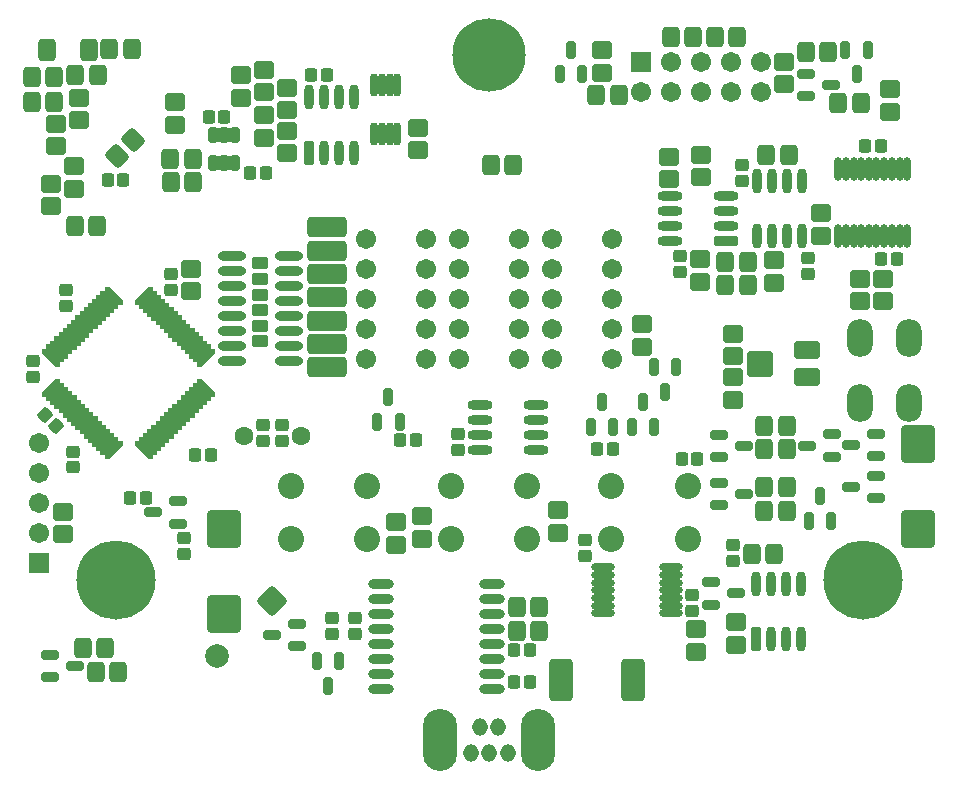
<source format=gts>
%FSTAX23Y23*%
%MOIN*%
%SFA1B1*%

%IPPOS*%
%AMD79*
4,1,8,0.043400,-0.020500,0.043400,0.020500,0.034200,0.029600,-0.034200,0.029600,-0.043400,0.020500,-0.043400,-0.020500,-0.034200,-0.029600,0.034200,-0.029600,0.043400,-0.020500,0.0*
1,1,0.018240,0.034200,-0.020500*
1,1,0.018240,0.034200,0.020500*
1,1,0.018240,-0.034200,0.020500*
1,1,0.018240,-0.034200,-0.020500*
%
%AMD80*
4,1,8,0.043400,-0.031500,0.043400,0.031500,0.031500,0.043400,-0.031500,0.043400,-0.043400,0.031500,-0.043400,-0.031500,-0.031500,-0.043400,0.031500,-0.043400,0.043400,-0.031500,0.0*
1,1,0.023740,0.031500,-0.031500*
1,1,0.023740,0.031500,0.031500*
1,1,0.023740,-0.031500,0.031500*
1,1,0.023740,-0.031500,-0.031500*
%
%AMD81*
4,1,4,-0.013600,0.028400,-0.028400,0.013600,0.013600,-0.028400,0.028400,-0.013600,-0.013600,0.028400,0.0*
1,1,0.020870,-0.021000,0.021000*
1,1,0.020870,0.021000,-0.021000*
%
%AMD82*
4,1,4,0.028400,0.013600,0.013600,0.028400,-0.028400,-0.013600,-0.013600,-0.028400,0.028400,0.013600,0.0*
1,1,0.020870,0.021000,0.021000*
1,1,0.020870,-0.021000,-0.021000*
%
%AMD83*
4,1,8,0.057100,-0.048400,0.057100,0.048400,0.042500,0.063100,-0.042500,0.063100,-0.057100,0.048400,-0.057100,-0.048400,-0.042500,-0.063100,0.042500,-0.063100,0.057100,-0.048400,0.0*
1,1,0.029260,0.042500,-0.048400*
1,1,0.029260,0.042500,0.048400*
1,1,0.029260,-0.042500,0.048400*
1,1,0.029260,-0.042500,-0.048400*
%
%AMD84*
4,1,8,0.010200,0.025700,-0.010200,0.025700,-0.016800,0.019100,-0.016800,-0.019100,-0.010200,-0.025700,0.010200,-0.025700,0.016800,-0.019100,0.016800,0.019100,0.010200,0.025700,0.0*
1,1,0.013120,0.010200,0.019100*
1,1,0.013120,-0.010200,0.019100*
1,1,0.013120,-0.010200,-0.019100*
1,1,0.013120,0.010200,-0.019100*
%
%AMD85*
4,1,8,0.029600,-0.008300,0.029600,0.008300,0.022000,0.015800,-0.022000,0.015800,-0.029600,0.008300,-0.029600,-0.008300,-0.022000,-0.015800,0.022000,-0.015800,0.029600,-0.008300,0.0*
1,1,0.015080,0.022000,-0.008300*
1,1,0.015080,0.022000,0.008300*
1,1,0.015080,-0.022000,0.008300*
1,1,0.015080,-0.022000,-0.008300*
%
%AMD88*
4,1,8,-0.008300,-0.041400,0.008300,-0.041400,0.015800,-0.033900,0.015800,0.033900,0.008300,0.041400,-0.008300,0.041400,-0.015800,0.033900,-0.015800,-0.033900,-0.008300,-0.041400,0.0*
1,1,0.015080,-0.008300,-0.033900*
1,1,0.015080,0.008300,-0.033900*
1,1,0.015080,0.008300,0.033900*
1,1,0.015080,-0.008300,0.033900*
%
%AMD90*
4,1,8,-0.028600,0.026100,-0.028600,-0.026100,-0.017200,-0.037500,0.017200,-0.037500,0.028600,-0.026100,0.028600,0.026100,0.017200,0.037500,-0.017200,0.037500,-0.028600,0.026100,0.0*
1,1,0.022760,-0.017200,0.026100*
1,1,0.022760,-0.017200,-0.026100*
1,1,0.022760,0.017200,-0.026100*
1,1,0.022760,0.017200,0.026100*
%
%AMD92*
4,1,8,-0.039400,0.056300,-0.039400,-0.056300,-0.024800,-0.070900,0.024800,-0.070900,0.039400,-0.056300,0.039400,0.056300,0.024800,0.070900,-0.024800,0.070900,-0.039400,0.056300,0.0*
1,1,0.029260,-0.024800,0.056300*
1,1,0.029260,-0.024800,-0.056300*
1,1,0.029260,0.024800,-0.056300*
1,1,0.029260,0.024800,0.056300*
%
%AMD93*
4,1,8,0.021800,0.029600,-0.021800,0.029600,-0.033500,0.017900,-0.033500,-0.017900,-0.021800,-0.029600,0.021800,-0.029600,0.033500,-0.017900,0.033500,0.017900,0.021800,0.029600,0.0*
1,1,0.023360,0.021800,0.017900*
1,1,0.023360,-0.021800,0.017900*
1,1,0.023360,-0.021800,-0.017900*
1,1,0.023360,0.021800,-0.017900*
%
%AMD94*
4,1,8,-0.033100,0.020800,-0.033100,-0.020800,-0.020400,-0.033500,0.020400,-0.033500,0.033100,-0.020800,0.033100,0.020800,0.020400,0.033500,-0.020400,0.033500,-0.033100,0.020800,0.0*
1,1,0.025480,-0.020400,0.020800*
1,1,0.025480,-0.020400,-0.020800*
1,1,0.025480,0.020400,-0.020800*
1,1,0.025480,0.020400,0.020800*
%
%AMD95*
4,1,8,-0.029600,0.021800,-0.029600,-0.021800,-0.017900,-0.033500,0.017900,-0.033500,0.029600,-0.021800,0.029600,0.021800,0.017900,0.033500,-0.017900,0.033500,-0.029600,0.021800,0.0*
1,1,0.023360,-0.017900,0.021800*
1,1,0.023360,-0.017900,-0.021800*
1,1,0.023360,0.017900,-0.021800*
1,1,0.023360,0.017900,0.021800*
%
%AMD96*
4,1,8,-0.021100,0.012600,-0.021100,-0.012600,-0.012000,-0.021700,0.012000,-0.021700,0.021100,-0.012600,0.021100,0.012600,0.012000,0.021700,-0.012000,0.021700,-0.021100,0.012600,0.0*
1,1,0.018280,-0.012000,0.012600*
1,1,0.018280,-0.012000,-0.012600*
1,1,0.018280,0.012000,-0.012600*
1,1,0.018280,0.012000,0.012600*
%
%AMD97*
4,1,8,-0.013000,0.016100,-0.013000,-0.016100,-0.008100,-0.021000,0.008100,-0.021000,0.013000,-0.016100,0.013000,0.016100,0.008100,0.021000,-0.008100,0.021000,-0.013000,0.016100,0.0*
1,1,0.009800,-0.008100,0.016100*
1,1,0.009800,-0.008100,-0.016100*
1,1,0.009800,0.008100,-0.016100*
1,1,0.009800,0.008100,0.016100*
%
%AMD98*
4,1,8,-0.012600,-0.021100,0.012600,-0.021100,0.021700,-0.012000,0.021700,0.012000,0.012600,0.021100,-0.012600,0.021100,-0.021700,0.012000,-0.021700,-0.012000,-0.012600,-0.021100,0.0*
1,1,0.018280,-0.012600,-0.012000*
1,1,0.018280,0.012600,-0.012000*
1,1,0.018280,0.012600,0.012000*
1,1,0.018280,-0.012600,0.012000*
%
%AMD99*
4,1,8,0.006000,-0.023800,0.023800,-0.006000,0.023800,0.006900,0.006900,0.023800,-0.006000,0.023800,-0.023800,0.006000,-0.023800,-0.006900,-0.006900,-0.023800,0.006000,-0.023800,0.0*
1,1,0.018280,-0.000400,-0.017400*
1,1,0.018280,0.017400,0.000400*
1,1,0.018280,0.000400,0.017400*
1,1,0.018280,-0.017400,-0.000400*
%
%AMD101*
4,1,8,-0.008300,-0.029600,0.008300,-0.029600,0.015800,-0.022000,0.015800,0.022000,0.008300,0.029600,-0.008300,0.029600,-0.015800,0.022000,-0.015800,-0.022000,-0.008300,-0.029600,0.0*
1,1,0.015080,-0.008300,-0.022000*
1,1,0.015080,0.008300,-0.022000*
1,1,0.015080,0.008300,0.022000*
1,1,0.015080,-0.008300,0.022000*
%
%AMD102*
4,1,8,0.041400,-0.008300,0.041400,0.008300,0.033900,0.015800,-0.033900,0.015800,-0.041400,0.008300,-0.041400,-0.008300,-0.033900,-0.015800,0.033900,-0.015800,0.041400,-0.008300,0.0*
1,1,0.015080,0.033900,-0.008300*
1,1,0.015080,0.033900,0.008300*
1,1,0.015080,-0.033900,0.008300*
1,1,0.015080,-0.033900,-0.008300*
%
%AMD103*
4,1,8,0.036300,0.005500,0.005500,0.036300,-0.011000,0.036300,-0.036300,0.011000,-0.036300,-0.005500,-0.005500,-0.036300,0.011000,-0.036300,0.036300,-0.011000,0.036300,0.005500,0.0*
1,1,0.023360,0.028100,-0.002800*
1,1,0.023360,-0.002800,0.028100*
1,1,0.023360,-0.028100,0.002800*
1,1,0.023360,0.002800,-0.028100*
%
%AMD112*
4,1,8,-0.010300,0.045400,-0.045400,0.010300,-0.045400,-0.010300,-0.010300,-0.045400,0.010300,-0.045400,0.045400,-0.010300,0.045400,0.010300,0.010300,0.045400,-0.010300,0.045400,0.0*
1,1,0.029260,0.000000,0.035100*
1,1,0.029260,-0.035100,0.000000*
1,1,0.029260,0.000000,-0.035100*
1,1,0.029260,0.035100,0.000000*
%
%ADD74R,0.028000X0.066000*%
%ADD75R,0.022000X0.042000*%
%ADD76R,0.104000X0.046000*%
%ADD77O,0.025780X0.078930*%
%ADD78O,0.078930X0.025780*%
G04~CAMADD=79~8~0.0~0.0~591.8~867.4~91.2~0.0~15~0.0~0.0~0.0~0.0~0~0.0~0.0~0.0~0.0~0~0.0~0.0~0.0~270.0~868.0~592.0*
%ADD79D79*%
G04~CAMADD=80~8~0.0~0.0~867.4~867.4~118.7~0.0~15~0.0~0.0~0.0~0.0~0~0.0~0.0~0.0~0.0~0~0.0~0.0~0.0~270.0~868.0~868.0*
%ADD80D80*%
G04~CAMADD=81~3~0.0~0.0~208.7~803.2~0.0~0.0~0~0.0~0.0~0.0~0.0~0~0.0~0.0~0.0~0.0~0~0.0~0.0~0.0~45.0~628.0~628.0*
%ADD81D81*%
G04~CAMADD=82~3~0.0~0.0~208.7~803.2~0.0~0.0~0~0.0~0.0~0.0~0.0~0~0.0~0.0~0.0~0.0~0~0.0~0.0~0.0~315.0~628.0~628.0*
%ADD82D82*%
G04~CAMADD=83~8~0.0~0.0~1261.1~1143.0~146.3~0.0~15~0.0~0.0~0.0~0.0~0~0.0~0.0~0.0~0.0~0~0.0~0.0~0.0~270.0~1144.0~1261.0*
%ADD83D83*%
G04~CAMADD=84~8~0.0~0.0~335.9~513.1~65.6~0.0~15~0.0~0.0~0.0~0.0~0~0.0~0.0~0.0~0.0~0~0.0~0.0~0.0~0.0~335.9~513.1*
%ADD84D84*%
G04~CAMADD=85~8~0.0~0.0~316.2~591.8~75.4~0.0~15~0.0~0.0~0.0~0.0~0~0.0~0.0~0.0~0.0~0~0.0~0.0~0.0~270.0~592.0~316.0*
%ADD85D85*%
%ADD86O,0.086740X0.031620*%
%ADD87O,0.094610X0.031620*%
G04~CAMADD=88~8~0.0~0.0~316.2~828.0~75.4~0.0~15~0.0~0.0~0.0~0.0~0~0.0~0.0~0.0~0.0~0~0.0~0.0~0.0~180.0~316.0~828.0*
%ADD88D88*%
%ADD89O,0.031620X0.082800*%
G04~CAMADD=90~8~0.0~0.0~749.3~572.1~113.8~0.0~15~0.0~0.0~0.0~0.0~0~0.0~0.0~0.0~0.0~0~0.0~0.0~0.0~90.0~572.0~750.0*
%ADD90D90*%
%ADD91O,0.026240X0.077170*%
G04~CAMADD=92~8~0.0~0.0~1418.6~788.7~146.3~0.0~15~0.0~0.0~0.0~0.0~0~0.0~0.0~0.0~0.0~0~0.0~0.0~0.0~90.0~788.0~1418.0*
%ADD92D92*%
G04~CAMADD=93~8~0.0~0.0~670.6~591.8~116.8~0.0~15~0.0~0.0~0.0~0.0~0~0.0~0.0~0.0~0.0~0~0.0~0.0~0.0~0.0~670.6~591.8*
%ADD93D93*%
G04~CAMADD=94~8~0.0~0.0~670.6~662.7~127.4~0.0~15~0.0~0.0~0.0~0.0~0~0.0~0.0~0.0~0.0~0~0.0~0.0~0.0~90.0~662.0~670.0*
%ADD94D94*%
G04~CAMADD=95~8~0.0~0.0~670.6~591.8~116.8~0.0~15~0.0~0.0~0.0~0.0~0~0.0~0.0~0.0~0.0~0~0.0~0.0~0.0~90.0~592.0~671.0*
%ADD95D95*%
G04~CAMADD=96~8~0.0~0.0~434.3~422.5~91.4~0.0~15~0.0~0.0~0.0~0.0~0~0.0~0.0~0.0~0.0~0~0.0~0.0~0.0~90.0~423.0~434.0*
%ADD96D96*%
G04~CAMADD=97~8~0.0~0.0~420.0~260.0~49.0~0.0~15~0.0~0.0~0.0~0.0~0~0.0~0.0~0.0~0.0~0~0.0~0.0~0.0~90.0~260.0~420.0*
%ADD97D97*%
G04~CAMADD=98~8~0.0~0.0~434.3~422.5~91.4~0.0~15~0.0~0.0~0.0~0.0~0~0.0~0.0~0.0~0.0~0~0.0~0.0~0.0~180.0~434.0~422.0*
%ADD98D98*%
G04~CAMADD=99~8~0.0~0.0~434.3~422.5~91.4~0.0~15~0.0~0.0~0.0~0.0~0~0.0~0.0~0.0~0.0~0~0.0~0.0~0.0~225.0~529.0~528.0*
%ADD99D99*%
%ADD100O,0.082800X0.031620*%
G04~CAMADD=101~8~0.0~0.0~316.2~591.8~75.4~0.0~15~0.0~0.0~0.0~0.0~0~0.0~0.0~0.0~0.0~0~0.0~0.0~0.0~180.0~316.0~592.0*
%ADD101D101*%
G04~CAMADD=102~8~0.0~0.0~316.2~828.0~75.4~0.0~15~0.0~0.0~0.0~0.0~0~0.0~0.0~0.0~0.0~0~0.0~0.0~0.0~270.0~828.0~316.0*
%ADD102D102*%
G04~CAMADD=103~8~0.0~0.0~670.6~591.8~116.8~0.0~15~0.0~0.0~0.0~0.0~0~0.0~0.0~0.0~0.0~0~0.0~0.0~0.0~315.0~796.0~796.0*
%ADD103D103*%
%ADD104O,0.051310X0.059180*%
%ADD105O,0.114330X0.206850*%
%ADD106C,0.086740*%
%ADD107C,0.067060*%
%ADD108O,0.086740X0.126110*%
%ADD109R,0.067060X0.067060*%
%ADD110C,0.063120*%
%ADD111R,0.067060X0.067060*%
G04~CAMADD=112~8~0.0~0.0~788.7~788.7~146.3~0.0~15~0.0~0.0~0.0~0.0~0~0.0~0.0~0.0~0.0~0~0.0~0.0~0.0~45.0~992.0~991.0*
%ADD112D112*%
%ADD113C,0.078870*%
%ADD114C,0.263900*%
%ADD115C,0.244220*%
%LNunisolder52_front-1*%
%LPD*%
G54D74*
X-00542Y00301D03*
Y-0001D03*
Y00068D03*
Y-00088D03*
X-00541Y-00165D03*
X-00542Y00145D03*
Y00223D03*
G54D75*
X-00763Y00182D03*
X-00763Y00129D03*
Y00077D03*
Y-00078D03*
Y-00026D03*
Y00025D03*
G54D76*
X-00884Y0061D03*
Y00516D03*
G54D77*
X01394Y00271D03*
X01368D03*
X01342D03*
X01317D03*
X01189Y00496D03*
X01163D03*
Y00271D03*
X01189D03*
X01215D03*
X0124D03*
X01266D03*
X01291D03*
X01215Y00496D03*
X0124D03*
X01266D03*
X01291D03*
X01317D03*
X01342D03*
X01368D03*
X01394D03*
G54D78*
X00605Y-00985D03*
Y-0096D03*
Y-00934D03*
Y-00909D03*
Y-00883D03*
Y-00857D03*
Y-00832D03*
X0038Y-00985D03*
Y-0096D03*
Y-00934D03*
Y-00909D03*
Y-00883D03*
Y-00857D03*
Y-00832D03*
G54D79*
X01059Y-00198D03*
Y-00107D03*
G54D80*
X00902Y-00153D03*
G54D81*
X-01252Y00074D03*
X-01266Y0006D03*
X-01279Y00047D03*
X-01293Y00033D03*
X-01307Y00019D03*
X-01321Y00005D03*
X-01335Y-00008D03*
X-01349Y-00022D03*
X-01363Y-00036D03*
X-01377Y-0005D03*
X-01391Y-00064D03*
X-01405Y-00078D03*
X-01419Y-00092D03*
X-01433Y-00106D03*
X-01446Y-00119D03*
X-0146Y-00133D03*
X-01151Y-00442D03*
X-01137Y-00428D03*
X-01124Y-00415D03*
X-0111Y-00401D03*
X-01096Y-00387D03*
X-01082Y-00373D03*
X-01068Y-00359D03*
X-01054Y-00345D03*
X-0104Y-00331D03*
X-01026Y-00317D03*
X-01012Y-00303D03*
X-00998Y-00289D03*
X-00984Y-00275D03*
X-0097Y-00261D03*
X-00957Y-00248D03*
X-00943Y-00234D03*
G54D82*
X-0146Y-00234D03*
X-01446Y-00248D03*
X-01433Y-00261D03*
X-01419Y-00275D03*
X-01405Y-00289D03*
X-01391Y-00303D03*
X-01377Y-00317D03*
X-01363Y-00331D03*
X-01349Y-00345D03*
X-01335Y-00359D03*
X-01321Y-00373D03*
X-01307Y-00387D03*
X-01293Y-00401D03*
X-01279Y-00415D03*
X-01266Y-00428D03*
X-01252Y-00442D03*
X-00943Y-00133D03*
X-00957Y-00119D03*
X-0097Y-00106D03*
X-00984Y-00092D03*
X-00998Y-00078D03*
X-01012Y-00064D03*
X-01026Y-0005D03*
X-0104Y-00036D03*
X-01054Y-00022D03*
X-01068Y-00008D03*
X-01082Y00005D03*
X-01096Y00019D03*
X-0111Y00033D03*
X-01124Y00047D03*
X-01137Y0006D03*
X-01151Y00074D03*
G54D83*
X-00883Y-00988D03*
Y-00704D03*
X01428Y-0042D03*
Y-00703D03*
G54D84*
X-00846Y00515D03*
X-00884D03*
X-00921D03*
Y0061D03*
X-00884D03*
X-00846D03*
G54D85*
X-00642Y-01095D03*
Y-0102D03*
X-00725Y-01058D03*
X00823Y-00919D03*
X0074Y-00956D03*
Y-00881D03*
X01061Y-00427D03*
X01144Y-00389D03*
Y-00464D03*
X00848Y-00428D03*
X00765Y-00465D03*
Y-0039D03*
X00848Y-00588D03*
X00765Y-00625D03*
Y-0055D03*
X-01381Y-01162D03*
X-01464Y-01199D03*
Y-01124D03*
X01056Y00813D03*
Y00739D03*
X01138Y00776D03*
X-0112Y-00648D03*
X-01037Y-00611D03*
Y-00686D03*
X01206Y-00563D03*
X01289Y-00526D03*
Y-00601D03*
X01206Y-00424D03*
X01289Y-00386D03*
Y-00461D03*
G54D86*
X00009Y-01237D03*
Y-01187D03*
Y-01137D03*
Y-01087D03*
Y-01037D03*
Y-00987D03*
Y-00937D03*
Y-00887D03*
X-00361Y-01237D03*
Y-01187D03*
Y-01137D03*
Y-01087D03*
Y-01037D03*
Y-00987D03*
Y-00937D03*
Y-00887D03*
G54D87*
X-00857Y00207D03*
Y00157D03*
Y00107D03*
Y00057D03*
Y00007D03*
Y-00043D03*
Y-00093D03*
Y-00143D03*
X-00668Y00207D03*
Y00157D03*
Y00107D03*
Y00057D03*
Y00007D03*
Y-00043D03*
Y-00093D03*
Y-00143D03*
G54D88*
X-006Y0055D03*
X00889Y-01071D03*
G54D89*
X-0055Y0055D03*
X-005D03*
X-0045D03*
X-006Y00736D03*
X-0055D03*
X-005D03*
X-0045D03*
X01042Y00457D03*
X00992D03*
X00942D03*
X00892D03*
X01042Y00272D03*
X00992D03*
X00942D03*
X00892D03*
X00939Y-01071D03*
X00989D03*
X01039D03*
X00889Y-00886D03*
X00939D03*
X00989D03*
X01039D03*
G54D90*
X-01335Y00892D03*
X-01475D03*
G54D91*
X-00383Y00611D03*
X-00357D03*
X-00332D03*
X-00306D03*
X-00383Y00777D03*
X-00357D03*
X-00332D03*
X-00306D03*
G54D92*
X0048Y-01208D03*
X0024D03*
G54D93*
X-0075Y00826D03*
Y00751D03*
X01335Y00687D03*
Y00761D03*
X-00238Y0056D03*
Y00634D03*
X01235Y00056D03*
Y0013D03*
X-01383Y0043D03*
Y00505D03*
X-01461Y00446D03*
Y00371D03*
X01107Y00273D03*
Y00348D03*
X00814Y-00273D03*
Y-00198D03*
X-01445Y00572D03*
Y00647D03*
X00689Y-01039D03*
Y-01114D03*
X-00995Y00163D03*
Y00088D03*
X-01367Y00734D03*
Y00659D03*
X-01422Y-00721D03*
Y-00646D03*
X00228Y-00641D03*
Y-00716D03*
X-00224Y-00661D03*
Y-00736D03*
X-00312Y-00681D03*
Y-00756D03*
X00948Y00116D03*
Y00191D03*
X00983Y00779D03*
Y00854D03*
X00375Y00816D03*
Y00891D03*
X0051Y-00097D03*
Y-00022D03*
X-0075Y006D03*
Y00675D03*
X-00673Y00693D03*
Y00767D03*
X-01048Y00719D03*
Y00644D03*
X-00673Y00549D03*
Y00623D03*
X00814Y-00129D03*
Y-00054D03*
X-00828Y00809D03*
Y00734D03*
X01312Y00056D03*
Y0013D03*
X00702Y0012D03*
Y00195D03*
X00824Y-01015D03*
Y-0109D03*
X00705Y00468D03*
Y00543D03*
X00601Y00462D03*
Y00537D03*
G54D94*
X-00508Y00301D03*
X-00575D03*
X-00508Y-0001D03*
X-00575D03*
X-00508Y00068D03*
X-00575D03*
X-00508Y-00088D03*
X-00575D03*
X-00507Y-00165D03*
X-00575D03*
X-00508Y00145D03*
X-00575D03*
X-00508Y00223D03*
X-00575D03*
G54D95*
X00357Y00743D03*
X00432D03*
X-01279Y-01102D03*
X-01354D03*
X00005Y0051D03*
X0008D03*
X01238Y00716D03*
X01163D03*
X-01307Y00305D03*
X-01382D03*
X00917Y-0036D03*
X00992D03*
X00917Y-00644D03*
X00992D03*
X00917Y-00439D03*
X00992D03*
X00917Y-00565D03*
X00992D03*
X-01063Y0053D03*
X-00988D03*
X-01062Y00452D03*
X-00987D03*
X-01305Y00808D03*
X-01379D03*
X-01311Y-0118D03*
X-01236D03*
X-0145Y0072D03*
X-01525D03*
X00924Y00543D03*
X00999D03*
X-01191Y00895D03*
X-01266D03*
X01131Y00887D03*
X01056D03*
X-01524Y00803D03*
X-0145D03*
X00787Y00187D03*
X00862D03*
Y00109D03*
X00787D03*
X00092Y-01043D03*
X00167D03*
X00092Y-00965D03*
X00167D03*
X00876Y-00786D03*
X00951D03*
X00752Y00937D03*
X00827D03*
X00606D03*
X00681D03*
G54D96*
X00413Y-00437D03*
X00361D03*
X01306Y00196D03*
X01359D03*
X-0098Y-00456D03*
X-00927D03*
X00642Y-00472D03*
X00694D03*
X-01219Y00458D03*
X-01271D03*
X-01196Y-006D03*
X-01144D03*
X-00935Y00668D03*
X-00883D03*
X-00593Y0081D03*
X-0054D03*
X-00797Y00484D03*
X-00745D03*
X01252Y00572D03*
X01305D03*
X00083Y-01214D03*
X00136D03*
X00135Y-01109D03*
X00082D03*
X-00297Y-00409D03*
X-00245D03*
G54D97*
X-0075Y00182D03*
X-00776D03*
X-00776Y00129D03*
X-0075D03*
Y00077D03*
X-00776D03*
Y-00078D03*
X-0075D03*
Y-00026D03*
X-00776D03*
Y00025D03*
X-0075D03*
G54D98*
X-01521Y-00198D03*
Y-00145D03*
X-01388Y-00499D03*
Y-00446D03*
X00677Y-00925D03*
Y-00978D03*
X-00103Y-00387D03*
Y-0044D03*
X0032Y-00794D03*
Y-00741D03*
X01062Y00147D03*
Y002D03*
X00636Y00206D03*
Y00153D03*
X-01061Y00146D03*
Y00093D03*
X-0141Y00038D03*
Y00091D03*
X00814Y-00758D03*
Y-0081D03*
X-01016Y-00733D03*
Y-00786D03*
X-00525Y-01001D03*
Y-01053D03*
X-00755Y-00411D03*
Y-00358D03*
X-00691D03*
Y-00411D03*
X00844Y00455D03*
Y00508D03*
X-00448Y-01D03*
Y-01053D03*
G54D99*
X-01482Y-00323D03*
X-01445Y-0036D03*
G54D100*
X-00029Y-00292D03*
Y-00342D03*
Y-00392D03*
Y-00442D03*
X00155Y-00292D03*
Y-00342D03*
Y-00392D03*
Y-00442D03*
X00603Y00407D03*
Y00357D03*
Y00307D03*
Y00257D03*
X00788Y00407D03*
Y00357D03*
Y00307D03*
G54D101*
X01104Y-00595D03*
X01141Y-00678D03*
X01066D03*
X00514Y-00282D03*
X00551Y-00365D03*
X00476D03*
X00376Y-00282D03*
X00413Y-00365D03*
X00338D03*
X-00373Y-00348D03*
X-00298D03*
X-00336Y-00265D03*
X00274Y00894D03*
X00311Y00811D03*
X00236D03*
X01225D03*
X01187Y00894D03*
X01262D03*
X00586Y-00248D03*
X00548Y-00165D03*
X00623D03*
X-00538Y-01228D03*
X-00575Y-01145D03*
X-00501D03*
G54D102*
X00788Y00257D03*
G54D103*
X-01186Y00592D03*
X-01239Y00539D03*
G54D104*
X-00031Y-01365D03*
X-00062Y-01451D03*
X00031Y-01365D03*
X00062Y-01451D03*
X0D03*
G54D105*
X00163Y-01408D03*
X-00163D03*
G54D106*
X00662Y-00737D03*
Y-0056D03*
X00407D03*
Y-00737D03*
X-00407D03*
Y-0056D03*
X-00662D03*
Y-00737D03*
X00127D03*
Y-0056D03*
X-00127D03*
Y-00737D03*
G54D107*
X00211Y00261D03*
Y00161D03*
Y00061D03*
Y-00039D03*
Y-00139D03*
X00411Y00261D03*
Y00161D03*
Y00061D03*
Y-00039D03*
Y-00139D03*
X-015Y-00716D03*
Y-00616D03*
Y-00516D03*
Y-00416D03*
X00506Y00751D03*
X00606Y00851D03*
Y00751D03*
X00706Y00851D03*
Y00751D03*
X00806Y00851D03*
Y00751D03*
X00906Y00851D03*
Y00751D03*
X-00411Y00261D03*
Y00161D03*
Y00061D03*
Y-00039D03*
Y-00139D03*
X-00211Y00261D03*
Y00161D03*
Y00061D03*
Y-00039D03*
Y-00139D03*
X001D03*
Y-00039D03*
Y00061D03*
Y00161D03*
Y00261D03*
X-001Y-00139D03*
Y-00039D03*
Y00061D03*
Y00161D03*
Y00261D03*
G54D108*
X014Y-00283D03*
Y-00066D03*
X01235D03*
Y-00283D03*
G54D109*
X-015Y-00816D03*
G54D110*
X-00626Y-00393D03*
X-00818D03*
G54D111*
X00506Y00851D03*
G54D112*
X-00725Y-00945D03*
G54D113*
X-00906Y-01126D03*
G54D114*
X-01245Y-00875D03*
X01245D03*
G54D115*
X0Y00875D03*
M02*
</source>
